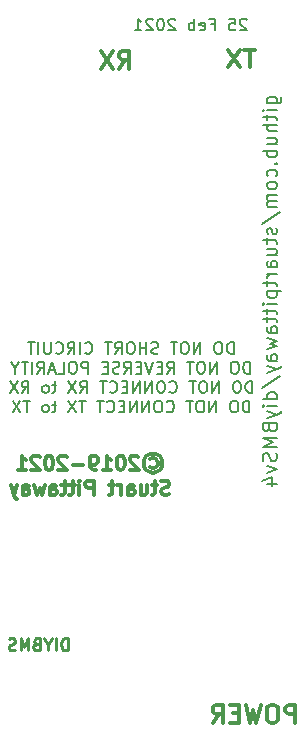
<source format=gbr>
G04 #@! TF.GenerationSoftware,KiCad,Pcbnew,(5.1.5)-3*
G04 #@! TF.CreationDate,2021-02-25T14:23:21+00:00*
G04 #@! TF.ProjectId,ModuleV440,4d6f6475-6c65-4563-9434-302e6b696361,rev?*
G04 #@! TF.SameCoordinates,Original*
G04 #@! TF.FileFunction,Legend,Bot*
G04 #@! TF.FilePolarity,Positive*
%FSLAX46Y46*%
G04 Gerber Fmt 4.6, Leading zero omitted, Abs format (unit mm)*
G04 Created by KiCad (PCBNEW (5.1.5)-3) date 2021-02-25 14:23:21*
%MOMM*%
%LPD*%
G04 APERTURE LIST*
%ADD10C,0.250000*%
%ADD11C,0.300000*%
%ADD12C,0.150000*%
%ADD13C,0.200000*%
G04 APERTURE END LIST*
D10*
X107720576Y-102089980D02*
X107720576Y-101089980D01*
X107482480Y-101089980D01*
X107339623Y-101137600D01*
X107244385Y-101232838D01*
X107196766Y-101328076D01*
X107149147Y-101518552D01*
X107149147Y-101661409D01*
X107196766Y-101851885D01*
X107244385Y-101947123D01*
X107339623Y-102042361D01*
X107482480Y-102089980D01*
X107720576Y-102089980D01*
X106720576Y-102089980D02*
X106720576Y-101089980D01*
X106053909Y-101613790D02*
X106053909Y-102089980D01*
X106387242Y-101089980D02*
X106053909Y-101613790D01*
X105720576Y-101089980D01*
X105053909Y-101566171D02*
X104911052Y-101613790D01*
X104863433Y-101661409D01*
X104815814Y-101756647D01*
X104815814Y-101899504D01*
X104863433Y-101994742D01*
X104911052Y-102042361D01*
X105006290Y-102089980D01*
X105387242Y-102089980D01*
X105387242Y-101089980D01*
X105053909Y-101089980D01*
X104958671Y-101137600D01*
X104911052Y-101185219D01*
X104863433Y-101280457D01*
X104863433Y-101375695D01*
X104911052Y-101470933D01*
X104958671Y-101518552D01*
X105053909Y-101566171D01*
X105387242Y-101566171D01*
X104387242Y-102089980D02*
X104387242Y-101089980D01*
X104053909Y-101804266D01*
X103720576Y-101089980D01*
X103720576Y-102089980D01*
X103292004Y-102042361D02*
X103149147Y-102089980D01*
X102911052Y-102089980D01*
X102815814Y-102042361D01*
X102768195Y-101994742D01*
X102720576Y-101899504D01*
X102720576Y-101804266D01*
X102768195Y-101709028D01*
X102815814Y-101661409D01*
X102911052Y-101613790D01*
X103101528Y-101566171D01*
X103196766Y-101518552D01*
X103244385Y-101470933D01*
X103292004Y-101375695D01*
X103292004Y-101280457D01*
X103244385Y-101185219D01*
X103196766Y-101137600D01*
X103101528Y-101089980D01*
X102863433Y-101089980D01*
X102720576Y-101137600D01*
D11*
X123535457Y-51241171D02*
X122678314Y-51241171D01*
X123106885Y-52741171D02*
X123106885Y-51241171D01*
X122321171Y-51241171D02*
X121321171Y-52741171D01*
X121321171Y-51241171D02*
X122321171Y-52741171D01*
X112042600Y-52841171D02*
X112542600Y-52126885D01*
X112899742Y-52841171D02*
X112899742Y-51341171D01*
X112328314Y-51341171D01*
X112185457Y-51412600D01*
X112114028Y-51484028D01*
X112042600Y-51626885D01*
X112042600Y-51841171D01*
X112114028Y-51984028D01*
X112185457Y-52055457D01*
X112328314Y-52126885D01*
X112899742Y-52126885D01*
X111542600Y-51341171D02*
X110542600Y-52841171D01*
X110542600Y-51341171D02*
X111542600Y-52841171D01*
D12*
X121760457Y-77014980D02*
X121760457Y-76014980D01*
X121522361Y-76014980D01*
X121379504Y-76062600D01*
X121284266Y-76157838D01*
X121236647Y-76253076D01*
X121189028Y-76443552D01*
X121189028Y-76586409D01*
X121236647Y-76776885D01*
X121284266Y-76872123D01*
X121379504Y-76967361D01*
X121522361Y-77014980D01*
X121760457Y-77014980D01*
X120569980Y-76014980D02*
X120379504Y-76014980D01*
X120284266Y-76062600D01*
X120189028Y-76157838D01*
X120141409Y-76348314D01*
X120141409Y-76681647D01*
X120189028Y-76872123D01*
X120284266Y-76967361D01*
X120379504Y-77014980D01*
X120569980Y-77014980D01*
X120665219Y-76967361D01*
X120760457Y-76872123D01*
X120808076Y-76681647D01*
X120808076Y-76348314D01*
X120760457Y-76157838D01*
X120665219Y-76062600D01*
X120569980Y-76014980D01*
X118950933Y-77014980D02*
X118950933Y-76014980D01*
X118379504Y-77014980D01*
X118379504Y-76014980D01*
X117712838Y-76014980D02*
X117522361Y-76014980D01*
X117427123Y-76062600D01*
X117331885Y-76157838D01*
X117284266Y-76348314D01*
X117284266Y-76681647D01*
X117331885Y-76872123D01*
X117427123Y-76967361D01*
X117522361Y-77014980D01*
X117712838Y-77014980D01*
X117808076Y-76967361D01*
X117903314Y-76872123D01*
X117950933Y-76681647D01*
X117950933Y-76348314D01*
X117903314Y-76157838D01*
X117808076Y-76062600D01*
X117712838Y-76014980D01*
X116998552Y-76014980D02*
X116427123Y-76014980D01*
X116712838Y-77014980D02*
X116712838Y-76014980D01*
X115379504Y-76967361D02*
X115236647Y-77014980D01*
X114998552Y-77014980D01*
X114903314Y-76967361D01*
X114855695Y-76919742D01*
X114808076Y-76824504D01*
X114808076Y-76729266D01*
X114855695Y-76634028D01*
X114903314Y-76586409D01*
X114998552Y-76538790D01*
X115189028Y-76491171D01*
X115284266Y-76443552D01*
X115331885Y-76395933D01*
X115379504Y-76300695D01*
X115379504Y-76205457D01*
X115331885Y-76110219D01*
X115284266Y-76062600D01*
X115189028Y-76014980D01*
X114950933Y-76014980D01*
X114808076Y-76062600D01*
X114379504Y-77014980D02*
X114379504Y-76014980D01*
X114379504Y-76491171D02*
X113808076Y-76491171D01*
X113808076Y-77014980D02*
X113808076Y-76014980D01*
X113141409Y-76014980D02*
X112950933Y-76014980D01*
X112855695Y-76062600D01*
X112760457Y-76157838D01*
X112712838Y-76348314D01*
X112712838Y-76681647D01*
X112760457Y-76872123D01*
X112855695Y-76967361D01*
X112950933Y-77014980D01*
X113141409Y-77014980D01*
X113236647Y-76967361D01*
X113331885Y-76872123D01*
X113379504Y-76681647D01*
X113379504Y-76348314D01*
X113331885Y-76157838D01*
X113236647Y-76062600D01*
X113141409Y-76014980D01*
X111712838Y-77014980D02*
X112046171Y-76538790D01*
X112284266Y-77014980D02*
X112284266Y-76014980D01*
X111903314Y-76014980D01*
X111808076Y-76062600D01*
X111760457Y-76110219D01*
X111712838Y-76205457D01*
X111712838Y-76348314D01*
X111760457Y-76443552D01*
X111808076Y-76491171D01*
X111903314Y-76538790D01*
X112284266Y-76538790D01*
X111427123Y-76014980D02*
X110855695Y-76014980D01*
X111141409Y-77014980D02*
X111141409Y-76014980D01*
X109189028Y-76919742D02*
X109236647Y-76967361D01*
X109379504Y-77014980D01*
X109474742Y-77014980D01*
X109617600Y-76967361D01*
X109712838Y-76872123D01*
X109760457Y-76776885D01*
X109808076Y-76586409D01*
X109808076Y-76443552D01*
X109760457Y-76253076D01*
X109712838Y-76157838D01*
X109617600Y-76062600D01*
X109474742Y-76014980D01*
X109379504Y-76014980D01*
X109236647Y-76062600D01*
X109189028Y-76110219D01*
X108760457Y-77014980D02*
X108760457Y-76014980D01*
X107712838Y-77014980D02*
X108046171Y-76538790D01*
X108284266Y-77014980D02*
X108284266Y-76014980D01*
X107903314Y-76014980D01*
X107808076Y-76062600D01*
X107760457Y-76110219D01*
X107712838Y-76205457D01*
X107712838Y-76348314D01*
X107760457Y-76443552D01*
X107808076Y-76491171D01*
X107903314Y-76538790D01*
X108284266Y-76538790D01*
X106712838Y-76919742D02*
X106760457Y-76967361D01*
X106903314Y-77014980D01*
X106998552Y-77014980D01*
X107141409Y-76967361D01*
X107236647Y-76872123D01*
X107284266Y-76776885D01*
X107331885Y-76586409D01*
X107331885Y-76443552D01*
X107284266Y-76253076D01*
X107236647Y-76157838D01*
X107141409Y-76062600D01*
X106998552Y-76014980D01*
X106903314Y-76014980D01*
X106760457Y-76062600D01*
X106712838Y-76110219D01*
X106284266Y-76014980D02*
X106284266Y-76824504D01*
X106236647Y-76919742D01*
X106189028Y-76967361D01*
X106093790Y-77014980D01*
X105903314Y-77014980D01*
X105808076Y-76967361D01*
X105760457Y-76919742D01*
X105712838Y-76824504D01*
X105712838Y-76014980D01*
X105236647Y-77014980D02*
X105236647Y-76014980D01*
X104903314Y-76014980D02*
X104331885Y-76014980D01*
X104617600Y-77014980D02*
X104617600Y-76014980D01*
X123141409Y-78664980D02*
X123141409Y-77664980D01*
X122903314Y-77664980D01*
X122760457Y-77712600D01*
X122665219Y-77807838D01*
X122617600Y-77903076D01*
X122569980Y-78093552D01*
X122569980Y-78236409D01*
X122617600Y-78426885D01*
X122665219Y-78522123D01*
X122760457Y-78617361D01*
X122903314Y-78664980D01*
X123141409Y-78664980D01*
X121950933Y-77664980D02*
X121760457Y-77664980D01*
X121665219Y-77712600D01*
X121569980Y-77807838D01*
X121522361Y-77998314D01*
X121522361Y-78331647D01*
X121569980Y-78522123D01*
X121665219Y-78617361D01*
X121760457Y-78664980D01*
X121950933Y-78664980D01*
X122046171Y-78617361D01*
X122141409Y-78522123D01*
X122189028Y-78331647D01*
X122189028Y-77998314D01*
X122141409Y-77807838D01*
X122046171Y-77712600D01*
X121950933Y-77664980D01*
X120331885Y-78664980D02*
X120331885Y-77664980D01*
X119760457Y-78664980D01*
X119760457Y-77664980D01*
X119093790Y-77664980D02*
X118903314Y-77664980D01*
X118808076Y-77712600D01*
X118712838Y-77807838D01*
X118665219Y-77998314D01*
X118665219Y-78331647D01*
X118712838Y-78522123D01*
X118808076Y-78617361D01*
X118903314Y-78664980D01*
X119093790Y-78664980D01*
X119189028Y-78617361D01*
X119284266Y-78522123D01*
X119331885Y-78331647D01*
X119331885Y-77998314D01*
X119284266Y-77807838D01*
X119189028Y-77712600D01*
X119093790Y-77664980D01*
X118379504Y-77664980D02*
X117808076Y-77664980D01*
X118093790Y-78664980D02*
X118093790Y-77664980D01*
X116141409Y-78664980D02*
X116474742Y-78188790D01*
X116712838Y-78664980D02*
X116712838Y-77664980D01*
X116331885Y-77664980D01*
X116236647Y-77712600D01*
X116189028Y-77760219D01*
X116141409Y-77855457D01*
X116141409Y-77998314D01*
X116189028Y-78093552D01*
X116236647Y-78141171D01*
X116331885Y-78188790D01*
X116712838Y-78188790D01*
X115712838Y-78141171D02*
X115379504Y-78141171D01*
X115236647Y-78664980D02*
X115712838Y-78664980D01*
X115712838Y-77664980D01*
X115236647Y-77664980D01*
X114950933Y-77664980D02*
X114617600Y-78664980D01*
X114284266Y-77664980D01*
X113950933Y-78141171D02*
X113617600Y-78141171D01*
X113474742Y-78664980D02*
X113950933Y-78664980D01*
X113950933Y-77664980D01*
X113474742Y-77664980D01*
X112474742Y-78664980D02*
X112808076Y-78188790D01*
X113046171Y-78664980D02*
X113046171Y-77664980D01*
X112665219Y-77664980D01*
X112569980Y-77712600D01*
X112522361Y-77760219D01*
X112474742Y-77855457D01*
X112474742Y-77998314D01*
X112522361Y-78093552D01*
X112569980Y-78141171D01*
X112665219Y-78188790D01*
X113046171Y-78188790D01*
X112093790Y-78617361D02*
X111950933Y-78664980D01*
X111712838Y-78664980D01*
X111617600Y-78617361D01*
X111569980Y-78569742D01*
X111522361Y-78474504D01*
X111522361Y-78379266D01*
X111569980Y-78284028D01*
X111617600Y-78236409D01*
X111712838Y-78188790D01*
X111903314Y-78141171D01*
X111998552Y-78093552D01*
X112046171Y-78045933D01*
X112093790Y-77950695D01*
X112093790Y-77855457D01*
X112046171Y-77760219D01*
X111998552Y-77712600D01*
X111903314Y-77664980D01*
X111665219Y-77664980D01*
X111522361Y-77712600D01*
X111093790Y-78141171D02*
X110760457Y-78141171D01*
X110617600Y-78664980D02*
X111093790Y-78664980D01*
X111093790Y-77664980D01*
X110617600Y-77664980D01*
X109427123Y-78664980D02*
X109427123Y-77664980D01*
X109046171Y-77664980D01*
X108950933Y-77712600D01*
X108903314Y-77760219D01*
X108855695Y-77855457D01*
X108855695Y-77998314D01*
X108903314Y-78093552D01*
X108950933Y-78141171D01*
X109046171Y-78188790D01*
X109427123Y-78188790D01*
X108236647Y-77664980D02*
X108046171Y-77664980D01*
X107950933Y-77712600D01*
X107855695Y-77807838D01*
X107808076Y-77998314D01*
X107808076Y-78331647D01*
X107855695Y-78522123D01*
X107950933Y-78617361D01*
X108046171Y-78664980D01*
X108236647Y-78664980D01*
X108331885Y-78617361D01*
X108427123Y-78522123D01*
X108474742Y-78331647D01*
X108474742Y-77998314D01*
X108427123Y-77807838D01*
X108331885Y-77712600D01*
X108236647Y-77664980D01*
X106903314Y-78664980D02*
X107379504Y-78664980D01*
X107379504Y-77664980D01*
X106617600Y-78379266D02*
X106141409Y-78379266D01*
X106712838Y-78664980D02*
X106379504Y-77664980D01*
X106046171Y-78664980D01*
X105141409Y-78664980D02*
X105474742Y-78188790D01*
X105712838Y-78664980D02*
X105712838Y-77664980D01*
X105331885Y-77664980D01*
X105236647Y-77712600D01*
X105189028Y-77760219D01*
X105141409Y-77855457D01*
X105141409Y-77998314D01*
X105189028Y-78093552D01*
X105236647Y-78141171D01*
X105331885Y-78188790D01*
X105712838Y-78188790D01*
X104712838Y-78664980D02*
X104712838Y-77664980D01*
X104379504Y-77664980D02*
X103808076Y-77664980D01*
X104093790Y-78664980D02*
X104093790Y-77664980D01*
X103284266Y-78188790D02*
X103284266Y-78664980D01*
X103617600Y-77664980D02*
X103284266Y-78188790D01*
X102950933Y-77664980D01*
X123331885Y-80314980D02*
X123331885Y-79314980D01*
X123093790Y-79314980D01*
X122950933Y-79362600D01*
X122855695Y-79457838D01*
X122808076Y-79553076D01*
X122760457Y-79743552D01*
X122760457Y-79886409D01*
X122808076Y-80076885D01*
X122855695Y-80172123D01*
X122950933Y-80267361D01*
X123093790Y-80314980D01*
X123331885Y-80314980D01*
X122141409Y-79314980D02*
X121950933Y-79314980D01*
X121855695Y-79362600D01*
X121760457Y-79457838D01*
X121712838Y-79648314D01*
X121712838Y-79981647D01*
X121760457Y-80172123D01*
X121855695Y-80267361D01*
X121950933Y-80314980D01*
X122141409Y-80314980D01*
X122236647Y-80267361D01*
X122331885Y-80172123D01*
X122379504Y-79981647D01*
X122379504Y-79648314D01*
X122331885Y-79457838D01*
X122236647Y-79362600D01*
X122141409Y-79314980D01*
X120522361Y-80314980D02*
X120522361Y-79314980D01*
X119950933Y-80314980D01*
X119950933Y-79314980D01*
X119284266Y-79314980D02*
X119093790Y-79314980D01*
X118998552Y-79362600D01*
X118903314Y-79457838D01*
X118855695Y-79648314D01*
X118855695Y-79981647D01*
X118903314Y-80172123D01*
X118998552Y-80267361D01*
X119093790Y-80314980D01*
X119284266Y-80314980D01*
X119379504Y-80267361D01*
X119474742Y-80172123D01*
X119522361Y-79981647D01*
X119522361Y-79648314D01*
X119474742Y-79457838D01*
X119379504Y-79362600D01*
X119284266Y-79314980D01*
X118569980Y-79314980D02*
X117998552Y-79314980D01*
X118284266Y-80314980D02*
X118284266Y-79314980D01*
X116331885Y-80219742D02*
X116379504Y-80267361D01*
X116522361Y-80314980D01*
X116617600Y-80314980D01*
X116760457Y-80267361D01*
X116855695Y-80172123D01*
X116903314Y-80076885D01*
X116950933Y-79886409D01*
X116950933Y-79743552D01*
X116903314Y-79553076D01*
X116855695Y-79457838D01*
X116760457Y-79362600D01*
X116617600Y-79314980D01*
X116522361Y-79314980D01*
X116379504Y-79362600D01*
X116331885Y-79410219D01*
X115712838Y-79314980D02*
X115522361Y-79314980D01*
X115427123Y-79362600D01*
X115331885Y-79457838D01*
X115284266Y-79648314D01*
X115284266Y-79981647D01*
X115331885Y-80172123D01*
X115427123Y-80267361D01*
X115522361Y-80314980D01*
X115712838Y-80314980D01*
X115808076Y-80267361D01*
X115903314Y-80172123D01*
X115950933Y-79981647D01*
X115950933Y-79648314D01*
X115903314Y-79457838D01*
X115808076Y-79362600D01*
X115712838Y-79314980D01*
X114855695Y-80314980D02*
X114855695Y-79314980D01*
X114284266Y-80314980D01*
X114284266Y-79314980D01*
X113808076Y-80314980D02*
X113808076Y-79314980D01*
X113236647Y-80314980D01*
X113236647Y-79314980D01*
X112760457Y-79791171D02*
X112427123Y-79791171D01*
X112284266Y-80314980D02*
X112760457Y-80314980D01*
X112760457Y-79314980D01*
X112284266Y-79314980D01*
X111284266Y-80219742D02*
X111331885Y-80267361D01*
X111474742Y-80314980D01*
X111569980Y-80314980D01*
X111712838Y-80267361D01*
X111808076Y-80172123D01*
X111855695Y-80076885D01*
X111903314Y-79886409D01*
X111903314Y-79743552D01*
X111855695Y-79553076D01*
X111808076Y-79457838D01*
X111712838Y-79362600D01*
X111569980Y-79314980D01*
X111474742Y-79314980D01*
X111331885Y-79362600D01*
X111284266Y-79410219D01*
X110998552Y-79314980D02*
X110427123Y-79314980D01*
X110712838Y-80314980D02*
X110712838Y-79314980D01*
X108760457Y-80314980D02*
X109093790Y-79838790D01*
X109331885Y-80314980D02*
X109331885Y-79314980D01*
X108950933Y-79314980D01*
X108855695Y-79362600D01*
X108808076Y-79410219D01*
X108760457Y-79505457D01*
X108760457Y-79648314D01*
X108808076Y-79743552D01*
X108855695Y-79791171D01*
X108950933Y-79838790D01*
X109331885Y-79838790D01*
X108427123Y-79314980D02*
X107760457Y-80314980D01*
X107760457Y-79314980D02*
X108427123Y-80314980D01*
X106760457Y-79648314D02*
X106379504Y-79648314D01*
X106617600Y-79314980D02*
X106617600Y-80172123D01*
X106569980Y-80267361D01*
X106474742Y-80314980D01*
X106379504Y-80314980D01*
X105903314Y-80314980D02*
X105998552Y-80267361D01*
X106046171Y-80219742D01*
X106093790Y-80124504D01*
X106093790Y-79838790D01*
X106046171Y-79743552D01*
X105998552Y-79695933D01*
X105903314Y-79648314D01*
X105760457Y-79648314D01*
X105665219Y-79695933D01*
X105617600Y-79743552D01*
X105569980Y-79838790D01*
X105569980Y-80124504D01*
X105617600Y-80219742D01*
X105665219Y-80267361D01*
X105760457Y-80314980D01*
X105903314Y-80314980D01*
X103808076Y-80314980D02*
X104141409Y-79838790D01*
X104379504Y-80314980D02*
X104379504Y-79314980D01*
X103998552Y-79314980D01*
X103903314Y-79362600D01*
X103855695Y-79410219D01*
X103808076Y-79505457D01*
X103808076Y-79648314D01*
X103855695Y-79743552D01*
X103903314Y-79791171D01*
X103998552Y-79838790D01*
X104379504Y-79838790D01*
X103474742Y-79314980D02*
X102808076Y-80314980D01*
X102808076Y-79314980D02*
X103474742Y-80314980D01*
X123093790Y-81964980D02*
X123093790Y-80964980D01*
X122855695Y-80964980D01*
X122712838Y-81012600D01*
X122617600Y-81107838D01*
X122569980Y-81203076D01*
X122522361Y-81393552D01*
X122522361Y-81536409D01*
X122569980Y-81726885D01*
X122617600Y-81822123D01*
X122712838Y-81917361D01*
X122855695Y-81964980D01*
X123093790Y-81964980D01*
X121903314Y-80964980D02*
X121712838Y-80964980D01*
X121617600Y-81012600D01*
X121522361Y-81107838D01*
X121474742Y-81298314D01*
X121474742Y-81631647D01*
X121522361Y-81822123D01*
X121617600Y-81917361D01*
X121712838Y-81964980D01*
X121903314Y-81964980D01*
X121998552Y-81917361D01*
X122093790Y-81822123D01*
X122141409Y-81631647D01*
X122141409Y-81298314D01*
X122093790Y-81107838D01*
X121998552Y-81012600D01*
X121903314Y-80964980D01*
X120284266Y-81964980D02*
X120284266Y-80964980D01*
X119712838Y-81964980D01*
X119712838Y-80964980D01*
X119046171Y-80964980D02*
X118855695Y-80964980D01*
X118760457Y-81012600D01*
X118665219Y-81107838D01*
X118617600Y-81298314D01*
X118617600Y-81631647D01*
X118665219Y-81822123D01*
X118760457Y-81917361D01*
X118855695Y-81964980D01*
X119046171Y-81964980D01*
X119141409Y-81917361D01*
X119236647Y-81822123D01*
X119284266Y-81631647D01*
X119284266Y-81298314D01*
X119236647Y-81107838D01*
X119141409Y-81012600D01*
X119046171Y-80964980D01*
X118331885Y-80964980D02*
X117760457Y-80964980D01*
X118046171Y-81964980D02*
X118046171Y-80964980D01*
X116093790Y-81869742D02*
X116141409Y-81917361D01*
X116284266Y-81964980D01*
X116379504Y-81964980D01*
X116522361Y-81917361D01*
X116617600Y-81822123D01*
X116665219Y-81726885D01*
X116712838Y-81536409D01*
X116712838Y-81393552D01*
X116665219Y-81203076D01*
X116617600Y-81107838D01*
X116522361Y-81012600D01*
X116379504Y-80964980D01*
X116284266Y-80964980D01*
X116141409Y-81012600D01*
X116093790Y-81060219D01*
X115474742Y-80964980D02*
X115284266Y-80964980D01*
X115189028Y-81012600D01*
X115093790Y-81107838D01*
X115046171Y-81298314D01*
X115046171Y-81631647D01*
X115093790Y-81822123D01*
X115189028Y-81917361D01*
X115284266Y-81964980D01*
X115474742Y-81964980D01*
X115569980Y-81917361D01*
X115665219Y-81822123D01*
X115712838Y-81631647D01*
X115712838Y-81298314D01*
X115665219Y-81107838D01*
X115569980Y-81012600D01*
X115474742Y-80964980D01*
X114617600Y-81964980D02*
X114617600Y-80964980D01*
X114046171Y-81964980D01*
X114046171Y-80964980D01*
X113569980Y-81964980D02*
X113569980Y-80964980D01*
X112998552Y-81964980D01*
X112998552Y-80964980D01*
X112522361Y-81441171D02*
X112189028Y-81441171D01*
X112046171Y-81964980D02*
X112522361Y-81964980D01*
X112522361Y-80964980D01*
X112046171Y-80964980D01*
X111046171Y-81869742D02*
X111093790Y-81917361D01*
X111236647Y-81964980D01*
X111331885Y-81964980D01*
X111474742Y-81917361D01*
X111569980Y-81822123D01*
X111617600Y-81726885D01*
X111665219Y-81536409D01*
X111665219Y-81393552D01*
X111617600Y-81203076D01*
X111569980Y-81107838D01*
X111474742Y-81012600D01*
X111331885Y-80964980D01*
X111236647Y-80964980D01*
X111093790Y-81012600D01*
X111046171Y-81060219D01*
X110760457Y-80964980D02*
X110189028Y-80964980D01*
X110474742Y-81964980D02*
X110474742Y-80964980D01*
X109236647Y-80964980D02*
X108665219Y-80964980D01*
X108950933Y-81964980D02*
X108950933Y-80964980D01*
X108427123Y-80964980D02*
X107760457Y-81964980D01*
X107760457Y-80964980D02*
X108427123Y-81964980D01*
X106760457Y-81298314D02*
X106379504Y-81298314D01*
X106617600Y-80964980D02*
X106617600Y-81822123D01*
X106569980Y-81917361D01*
X106474742Y-81964980D01*
X106379504Y-81964980D01*
X105903314Y-81964980D02*
X105998552Y-81917361D01*
X106046171Y-81869742D01*
X106093790Y-81774504D01*
X106093790Y-81488790D01*
X106046171Y-81393552D01*
X105998552Y-81345933D01*
X105903314Y-81298314D01*
X105760457Y-81298314D01*
X105665219Y-81345933D01*
X105617600Y-81393552D01*
X105569980Y-81488790D01*
X105569980Y-81774504D01*
X105617600Y-81869742D01*
X105665219Y-81917361D01*
X105760457Y-81964980D01*
X105903314Y-81964980D01*
X104522361Y-80964980D02*
X103950933Y-80964980D01*
X104236647Y-81964980D02*
X104236647Y-80964980D01*
X103712838Y-80964980D02*
X103046171Y-81964980D01*
X103046171Y-80964980D02*
X103712838Y-81964980D01*
D13*
X122864266Y-48710219D02*
X122816647Y-48662600D01*
X122721409Y-48614980D01*
X122483314Y-48614980D01*
X122388076Y-48662600D01*
X122340457Y-48710219D01*
X122292838Y-48805457D01*
X122292838Y-48900695D01*
X122340457Y-49043552D01*
X122911885Y-49614980D01*
X122292838Y-49614980D01*
X121388076Y-48614980D02*
X121864266Y-48614980D01*
X121911885Y-49091171D01*
X121864266Y-49043552D01*
X121769028Y-48995933D01*
X121530933Y-48995933D01*
X121435695Y-49043552D01*
X121388076Y-49091171D01*
X121340457Y-49186409D01*
X121340457Y-49424504D01*
X121388076Y-49519742D01*
X121435695Y-49567361D01*
X121530933Y-49614980D01*
X121769028Y-49614980D01*
X121864266Y-49567361D01*
X121911885Y-49519742D01*
X119816647Y-49091171D02*
X120149980Y-49091171D01*
X120149980Y-49614980D02*
X120149980Y-48614980D01*
X119673790Y-48614980D01*
X118911885Y-49567361D02*
X119007123Y-49614980D01*
X119197600Y-49614980D01*
X119292838Y-49567361D01*
X119340457Y-49472123D01*
X119340457Y-49091171D01*
X119292838Y-48995933D01*
X119197600Y-48948314D01*
X119007123Y-48948314D01*
X118911885Y-48995933D01*
X118864266Y-49091171D01*
X118864266Y-49186409D01*
X119340457Y-49281647D01*
X118435695Y-49614980D02*
X118435695Y-48614980D01*
X118435695Y-48995933D02*
X118340457Y-48948314D01*
X118149980Y-48948314D01*
X118054742Y-48995933D01*
X118007123Y-49043552D01*
X117959504Y-49138790D01*
X117959504Y-49424504D01*
X118007123Y-49519742D01*
X118054742Y-49567361D01*
X118149980Y-49614980D01*
X118340457Y-49614980D01*
X118435695Y-49567361D01*
X116816647Y-48710219D02*
X116769028Y-48662600D01*
X116673790Y-48614980D01*
X116435695Y-48614980D01*
X116340457Y-48662600D01*
X116292838Y-48710219D01*
X116245219Y-48805457D01*
X116245219Y-48900695D01*
X116292838Y-49043552D01*
X116864266Y-49614980D01*
X116245219Y-49614980D01*
X115626171Y-48614980D02*
X115530933Y-48614980D01*
X115435695Y-48662600D01*
X115388076Y-48710219D01*
X115340457Y-48805457D01*
X115292838Y-48995933D01*
X115292838Y-49234028D01*
X115340457Y-49424504D01*
X115388076Y-49519742D01*
X115435695Y-49567361D01*
X115530933Y-49614980D01*
X115626171Y-49614980D01*
X115721409Y-49567361D01*
X115769028Y-49519742D01*
X115816647Y-49424504D01*
X115864266Y-49234028D01*
X115864266Y-48995933D01*
X115816647Y-48805457D01*
X115769028Y-48710219D01*
X115721409Y-48662600D01*
X115626171Y-48614980D01*
X114911885Y-48710219D02*
X114864266Y-48662600D01*
X114769028Y-48614980D01*
X114530933Y-48614980D01*
X114435695Y-48662600D01*
X114388076Y-48710219D01*
X114340457Y-48805457D01*
X114340457Y-48900695D01*
X114388076Y-49043552D01*
X114959504Y-49614980D01*
X114340457Y-49614980D01*
X113388076Y-49614980D02*
X113959504Y-49614980D01*
X113673790Y-49614980D02*
X113673790Y-48614980D01*
X113769028Y-48757838D01*
X113864266Y-48853076D01*
X113959504Y-48900695D01*
D11*
X126981885Y-108216171D02*
X126981885Y-106716171D01*
X126410457Y-106716171D01*
X126267600Y-106787600D01*
X126196171Y-106859028D01*
X126124742Y-107001885D01*
X126124742Y-107216171D01*
X126196171Y-107359028D01*
X126267600Y-107430457D01*
X126410457Y-107501885D01*
X126981885Y-107501885D01*
X125196171Y-106716171D02*
X124910457Y-106716171D01*
X124767600Y-106787600D01*
X124624742Y-106930457D01*
X124553314Y-107216171D01*
X124553314Y-107716171D01*
X124624742Y-108001885D01*
X124767600Y-108144742D01*
X124910457Y-108216171D01*
X125196171Y-108216171D01*
X125339028Y-108144742D01*
X125481885Y-108001885D01*
X125553314Y-107716171D01*
X125553314Y-107216171D01*
X125481885Y-106930457D01*
X125339028Y-106787600D01*
X125196171Y-106716171D01*
X124053314Y-106716171D02*
X123696171Y-108216171D01*
X123410457Y-107144742D01*
X123124742Y-108216171D01*
X122767600Y-106716171D01*
X122196171Y-107430457D02*
X121696171Y-107430457D01*
X121481885Y-108216171D02*
X122196171Y-108216171D01*
X122196171Y-106716171D01*
X121481885Y-106716171D01*
X119981885Y-108216171D02*
X120481885Y-107501885D01*
X120839028Y-108216171D02*
X120839028Y-106716171D01*
X120267600Y-106716171D01*
X120124742Y-106787600D01*
X120053314Y-106859028D01*
X119981885Y-107001885D01*
X119981885Y-107216171D01*
X120053314Y-107359028D01*
X120124742Y-107430457D01*
X120267600Y-107501885D01*
X120839028Y-107501885D01*
D13*
X124610457Y-55801885D02*
X125581885Y-55801885D01*
X125696171Y-55744742D01*
X125753314Y-55687600D01*
X125810457Y-55573314D01*
X125810457Y-55401885D01*
X125753314Y-55287600D01*
X125353314Y-55801885D02*
X125410457Y-55687600D01*
X125410457Y-55459028D01*
X125353314Y-55344742D01*
X125296171Y-55287600D01*
X125181885Y-55230457D01*
X124839028Y-55230457D01*
X124724742Y-55287600D01*
X124667600Y-55344742D01*
X124610457Y-55459028D01*
X124610457Y-55687600D01*
X124667600Y-55801885D01*
X125410457Y-56373314D02*
X124610457Y-56373314D01*
X124210457Y-56373314D02*
X124267600Y-56316171D01*
X124324742Y-56373314D01*
X124267600Y-56430457D01*
X124210457Y-56373314D01*
X124324742Y-56373314D01*
X124610457Y-56773314D02*
X124610457Y-57230457D01*
X124210457Y-56944742D02*
X125239028Y-56944742D01*
X125353314Y-57001885D01*
X125410457Y-57116171D01*
X125410457Y-57230457D01*
X125410457Y-57630457D02*
X124210457Y-57630457D01*
X125410457Y-58144742D02*
X124781885Y-58144742D01*
X124667600Y-58087600D01*
X124610457Y-57973314D01*
X124610457Y-57801885D01*
X124667600Y-57687600D01*
X124724742Y-57630457D01*
X124610457Y-59230457D02*
X125410457Y-59230457D01*
X124610457Y-58716171D02*
X125239028Y-58716171D01*
X125353314Y-58773314D01*
X125410457Y-58887600D01*
X125410457Y-59059028D01*
X125353314Y-59173314D01*
X125296171Y-59230457D01*
X125410457Y-59801885D02*
X124210457Y-59801885D01*
X124667600Y-59801885D02*
X124610457Y-59916171D01*
X124610457Y-60144742D01*
X124667600Y-60259028D01*
X124724742Y-60316171D01*
X124839028Y-60373314D01*
X125181885Y-60373314D01*
X125296171Y-60316171D01*
X125353314Y-60259028D01*
X125410457Y-60144742D01*
X125410457Y-59916171D01*
X125353314Y-59801885D01*
X125296171Y-60887600D02*
X125353314Y-60944742D01*
X125410457Y-60887600D01*
X125353314Y-60830457D01*
X125296171Y-60887600D01*
X125410457Y-60887600D01*
X125353314Y-61973314D02*
X125410457Y-61859028D01*
X125410457Y-61630457D01*
X125353314Y-61516171D01*
X125296171Y-61459028D01*
X125181885Y-61401885D01*
X124839028Y-61401885D01*
X124724742Y-61459028D01*
X124667600Y-61516171D01*
X124610457Y-61630457D01*
X124610457Y-61859028D01*
X124667600Y-61973314D01*
X125410457Y-62659028D02*
X125353314Y-62544742D01*
X125296171Y-62487600D01*
X125181885Y-62430457D01*
X124839028Y-62430457D01*
X124724742Y-62487600D01*
X124667600Y-62544742D01*
X124610457Y-62659028D01*
X124610457Y-62830457D01*
X124667600Y-62944742D01*
X124724742Y-63001885D01*
X124839028Y-63059028D01*
X125181885Y-63059028D01*
X125296171Y-63001885D01*
X125353314Y-62944742D01*
X125410457Y-62830457D01*
X125410457Y-62659028D01*
X125410457Y-63573314D02*
X124610457Y-63573314D01*
X124724742Y-63573314D02*
X124667600Y-63630457D01*
X124610457Y-63744742D01*
X124610457Y-63916171D01*
X124667600Y-64030457D01*
X124781885Y-64087600D01*
X125410457Y-64087600D01*
X124781885Y-64087600D02*
X124667600Y-64144742D01*
X124610457Y-64259028D01*
X124610457Y-64430457D01*
X124667600Y-64544742D01*
X124781885Y-64601885D01*
X125410457Y-64601885D01*
X124153314Y-66030457D02*
X125696171Y-65001885D01*
X125353314Y-66373314D02*
X125410457Y-66487600D01*
X125410457Y-66716171D01*
X125353314Y-66830457D01*
X125239028Y-66887600D01*
X125181885Y-66887600D01*
X125067600Y-66830457D01*
X125010457Y-66716171D01*
X125010457Y-66544742D01*
X124953314Y-66430457D01*
X124839028Y-66373314D01*
X124781885Y-66373314D01*
X124667600Y-66430457D01*
X124610457Y-66544742D01*
X124610457Y-66716171D01*
X124667600Y-66830457D01*
X124610457Y-67230457D02*
X124610457Y-67687600D01*
X124210457Y-67401885D02*
X125239028Y-67401885D01*
X125353314Y-67459028D01*
X125410457Y-67573314D01*
X125410457Y-67687600D01*
X124610457Y-68601885D02*
X125410457Y-68601885D01*
X124610457Y-68087600D02*
X125239028Y-68087600D01*
X125353314Y-68144742D01*
X125410457Y-68259028D01*
X125410457Y-68430457D01*
X125353314Y-68544742D01*
X125296171Y-68601885D01*
X125410457Y-69687600D02*
X124781885Y-69687600D01*
X124667600Y-69630457D01*
X124610457Y-69516171D01*
X124610457Y-69287600D01*
X124667600Y-69173314D01*
X125353314Y-69687600D02*
X125410457Y-69573314D01*
X125410457Y-69287600D01*
X125353314Y-69173314D01*
X125239028Y-69116171D01*
X125124742Y-69116171D01*
X125010457Y-69173314D01*
X124953314Y-69287600D01*
X124953314Y-69573314D01*
X124896171Y-69687600D01*
X125410457Y-70259028D02*
X124610457Y-70259028D01*
X124839028Y-70259028D02*
X124724742Y-70316171D01*
X124667600Y-70373314D01*
X124610457Y-70487600D01*
X124610457Y-70601885D01*
X124610457Y-70830457D02*
X124610457Y-71287600D01*
X124210457Y-71001885D02*
X125239028Y-71001885D01*
X125353314Y-71059028D01*
X125410457Y-71173314D01*
X125410457Y-71287600D01*
X124610457Y-71687600D02*
X125810457Y-71687600D01*
X124667600Y-71687600D02*
X124610457Y-71801885D01*
X124610457Y-72030457D01*
X124667600Y-72144742D01*
X124724742Y-72201885D01*
X124839028Y-72259028D01*
X125181885Y-72259028D01*
X125296171Y-72201885D01*
X125353314Y-72144742D01*
X125410457Y-72030457D01*
X125410457Y-71801885D01*
X125353314Y-71687600D01*
X125410457Y-72773314D02*
X124610457Y-72773314D01*
X124210457Y-72773314D02*
X124267600Y-72716171D01*
X124324742Y-72773314D01*
X124267600Y-72830457D01*
X124210457Y-72773314D01*
X124324742Y-72773314D01*
X124610457Y-73173314D02*
X124610457Y-73630457D01*
X124210457Y-73344742D02*
X125239028Y-73344742D01*
X125353314Y-73401885D01*
X125410457Y-73516171D01*
X125410457Y-73630457D01*
X124610457Y-73859028D02*
X124610457Y-74316171D01*
X124210457Y-74030457D02*
X125239028Y-74030457D01*
X125353314Y-74087600D01*
X125410457Y-74201885D01*
X125410457Y-74316171D01*
X125410457Y-75230457D02*
X124781885Y-75230457D01*
X124667600Y-75173314D01*
X124610457Y-75059028D01*
X124610457Y-74830457D01*
X124667600Y-74716171D01*
X125353314Y-75230457D02*
X125410457Y-75116171D01*
X125410457Y-74830457D01*
X125353314Y-74716171D01*
X125239028Y-74659028D01*
X125124742Y-74659028D01*
X125010457Y-74716171D01*
X124953314Y-74830457D01*
X124953314Y-75116171D01*
X124896171Y-75230457D01*
X124610457Y-75687600D02*
X125410457Y-75916171D01*
X124839028Y-76144742D01*
X125410457Y-76373314D01*
X124610457Y-76601885D01*
X125410457Y-77573314D02*
X124781885Y-77573314D01*
X124667600Y-77516171D01*
X124610457Y-77401885D01*
X124610457Y-77173314D01*
X124667600Y-77059028D01*
X125353314Y-77573314D02*
X125410457Y-77459028D01*
X125410457Y-77173314D01*
X125353314Y-77059028D01*
X125239028Y-77001885D01*
X125124742Y-77001885D01*
X125010457Y-77059028D01*
X124953314Y-77173314D01*
X124953314Y-77459028D01*
X124896171Y-77573314D01*
X124610457Y-78030457D02*
X125410457Y-78316171D01*
X124610457Y-78601885D02*
X125410457Y-78316171D01*
X125696171Y-78201885D01*
X125753314Y-78144742D01*
X125810457Y-78030457D01*
X124153314Y-79916171D02*
X125696171Y-78887600D01*
X125410457Y-80830457D02*
X124210457Y-80830457D01*
X125353314Y-80830457D02*
X125410457Y-80716171D01*
X125410457Y-80487600D01*
X125353314Y-80373314D01*
X125296171Y-80316171D01*
X125181885Y-80259028D01*
X124839028Y-80259028D01*
X124724742Y-80316171D01*
X124667600Y-80373314D01*
X124610457Y-80487600D01*
X124610457Y-80716171D01*
X124667600Y-80830457D01*
X125410457Y-81401885D02*
X124610457Y-81401885D01*
X124210457Y-81401885D02*
X124267600Y-81344742D01*
X124324742Y-81401885D01*
X124267600Y-81459028D01*
X124210457Y-81401885D01*
X124324742Y-81401885D01*
X124610457Y-81859028D02*
X125410457Y-82144742D01*
X124610457Y-82430457D02*
X125410457Y-82144742D01*
X125696171Y-82030457D01*
X125753314Y-81973314D01*
X125810457Y-81859028D01*
X124781885Y-83287600D02*
X124839028Y-83459028D01*
X124896171Y-83516171D01*
X125010457Y-83573314D01*
X125181885Y-83573314D01*
X125296171Y-83516171D01*
X125353314Y-83459028D01*
X125410457Y-83344742D01*
X125410457Y-82887600D01*
X124210457Y-82887600D01*
X124210457Y-83287600D01*
X124267600Y-83401885D01*
X124324742Y-83459028D01*
X124439028Y-83516171D01*
X124553314Y-83516171D01*
X124667600Y-83459028D01*
X124724742Y-83401885D01*
X124781885Y-83287600D01*
X124781885Y-82887600D01*
X125410457Y-84087600D02*
X124210457Y-84087600D01*
X125067600Y-84487600D01*
X124210457Y-84887600D01*
X125410457Y-84887600D01*
X125353314Y-85401885D02*
X125410457Y-85573314D01*
X125410457Y-85859028D01*
X125353314Y-85973314D01*
X125296171Y-86030457D01*
X125181885Y-86087600D01*
X125067600Y-86087600D01*
X124953314Y-86030457D01*
X124896171Y-85973314D01*
X124839028Y-85859028D01*
X124781885Y-85630457D01*
X124724742Y-85516171D01*
X124667600Y-85459028D01*
X124553314Y-85401885D01*
X124439028Y-85401885D01*
X124324742Y-85459028D01*
X124267600Y-85516171D01*
X124210457Y-85630457D01*
X124210457Y-85916171D01*
X124267600Y-86087600D01*
X124610457Y-86487600D02*
X125410457Y-86773314D01*
X124610457Y-87059028D01*
X124610457Y-88030457D02*
X125410457Y-88030457D01*
X124153314Y-87744742D02*
X125010457Y-87459028D01*
X125010457Y-88201885D01*
D11*
X114703314Y-85916171D02*
X114817600Y-85859028D01*
X115046171Y-85859028D01*
X115160457Y-85916171D01*
X115274742Y-86030457D01*
X115331885Y-86144742D01*
X115331885Y-86373314D01*
X115274742Y-86487600D01*
X115160457Y-86601885D01*
X115046171Y-86659028D01*
X114817600Y-86659028D01*
X114703314Y-86601885D01*
X114931885Y-85459028D02*
X115217600Y-85516171D01*
X115503314Y-85687600D01*
X115674742Y-85973314D01*
X115731885Y-86259028D01*
X115674742Y-86544742D01*
X115503314Y-86830457D01*
X115217600Y-87001885D01*
X114931885Y-87059028D01*
X114646171Y-87001885D01*
X114360457Y-86830457D01*
X114189028Y-86544742D01*
X114131885Y-86259028D01*
X114189028Y-85973314D01*
X114360457Y-85687600D01*
X114646171Y-85516171D01*
X114931885Y-85459028D01*
X113674742Y-85744742D02*
X113617600Y-85687600D01*
X113503314Y-85630457D01*
X113217600Y-85630457D01*
X113103314Y-85687600D01*
X113046171Y-85744742D01*
X112989028Y-85859028D01*
X112989028Y-85973314D01*
X113046171Y-86144742D01*
X113731885Y-86830457D01*
X112989028Y-86830457D01*
X112246171Y-85630457D02*
X112131885Y-85630457D01*
X112017600Y-85687600D01*
X111960457Y-85744742D01*
X111903314Y-85859028D01*
X111846171Y-86087600D01*
X111846171Y-86373314D01*
X111903314Y-86601885D01*
X111960457Y-86716171D01*
X112017600Y-86773314D01*
X112131885Y-86830457D01*
X112246171Y-86830457D01*
X112360457Y-86773314D01*
X112417600Y-86716171D01*
X112474742Y-86601885D01*
X112531885Y-86373314D01*
X112531885Y-86087600D01*
X112474742Y-85859028D01*
X112417600Y-85744742D01*
X112360457Y-85687600D01*
X112246171Y-85630457D01*
X110703314Y-86830457D02*
X111389028Y-86830457D01*
X111046171Y-86830457D02*
X111046171Y-85630457D01*
X111160457Y-85801885D01*
X111274742Y-85916171D01*
X111389028Y-85973314D01*
X110131885Y-86830457D02*
X109903314Y-86830457D01*
X109789028Y-86773314D01*
X109731885Y-86716171D01*
X109617600Y-86544742D01*
X109560457Y-86316171D01*
X109560457Y-85859028D01*
X109617600Y-85744742D01*
X109674742Y-85687600D01*
X109789028Y-85630457D01*
X110017600Y-85630457D01*
X110131885Y-85687600D01*
X110189028Y-85744742D01*
X110246171Y-85859028D01*
X110246171Y-86144742D01*
X110189028Y-86259028D01*
X110131885Y-86316171D01*
X110017600Y-86373314D01*
X109789028Y-86373314D01*
X109674742Y-86316171D01*
X109617600Y-86259028D01*
X109560457Y-86144742D01*
X109046171Y-86373314D02*
X108131885Y-86373314D01*
X107617600Y-85744742D02*
X107560457Y-85687600D01*
X107446171Y-85630457D01*
X107160457Y-85630457D01*
X107046171Y-85687600D01*
X106989028Y-85744742D01*
X106931885Y-85859028D01*
X106931885Y-85973314D01*
X106989028Y-86144742D01*
X107674742Y-86830457D01*
X106931885Y-86830457D01*
X106189028Y-85630457D02*
X106074742Y-85630457D01*
X105960457Y-85687600D01*
X105903314Y-85744742D01*
X105846171Y-85859028D01*
X105789028Y-86087600D01*
X105789028Y-86373314D01*
X105846171Y-86601885D01*
X105903314Y-86716171D01*
X105960457Y-86773314D01*
X106074742Y-86830457D01*
X106189028Y-86830457D01*
X106303314Y-86773314D01*
X106360457Y-86716171D01*
X106417600Y-86601885D01*
X106474742Y-86373314D01*
X106474742Y-86087600D01*
X106417600Y-85859028D01*
X106360457Y-85744742D01*
X106303314Y-85687600D01*
X106189028Y-85630457D01*
X105331885Y-85744742D02*
X105274742Y-85687600D01*
X105160457Y-85630457D01*
X104874742Y-85630457D01*
X104760457Y-85687600D01*
X104703314Y-85744742D01*
X104646171Y-85859028D01*
X104646171Y-85973314D01*
X104703314Y-86144742D01*
X105389028Y-86830457D01*
X104646171Y-86830457D01*
X103503314Y-86830457D02*
X104189028Y-86830457D01*
X103846171Y-86830457D02*
X103846171Y-85630457D01*
X103960457Y-85801885D01*
X104074742Y-85916171D01*
X104189028Y-85973314D01*
X116303314Y-88873314D02*
X116131885Y-88930457D01*
X115846171Y-88930457D01*
X115731885Y-88873314D01*
X115674742Y-88816171D01*
X115617600Y-88701885D01*
X115617600Y-88587600D01*
X115674742Y-88473314D01*
X115731885Y-88416171D01*
X115846171Y-88359028D01*
X116074742Y-88301885D01*
X116189028Y-88244742D01*
X116246171Y-88187600D01*
X116303314Y-88073314D01*
X116303314Y-87959028D01*
X116246171Y-87844742D01*
X116189028Y-87787600D01*
X116074742Y-87730457D01*
X115789028Y-87730457D01*
X115617600Y-87787600D01*
X115274742Y-88130457D02*
X114817600Y-88130457D01*
X115103314Y-87730457D02*
X115103314Y-88759028D01*
X115046171Y-88873314D01*
X114931885Y-88930457D01*
X114817600Y-88930457D01*
X113903314Y-88130457D02*
X113903314Y-88930457D01*
X114417600Y-88130457D02*
X114417600Y-88759028D01*
X114360457Y-88873314D01*
X114246171Y-88930457D01*
X114074742Y-88930457D01*
X113960457Y-88873314D01*
X113903314Y-88816171D01*
X112817600Y-88930457D02*
X112817600Y-88301885D01*
X112874742Y-88187600D01*
X112989028Y-88130457D01*
X113217600Y-88130457D01*
X113331885Y-88187600D01*
X112817600Y-88873314D02*
X112931885Y-88930457D01*
X113217600Y-88930457D01*
X113331885Y-88873314D01*
X113389028Y-88759028D01*
X113389028Y-88644742D01*
X113331885Y-88530457D01*
X113217600Y-88473314D01*
X112931885Y-88473314D01*
X112817600Y-88416171D01*
X112246171Y-88930457D02*
X112246171Y-88130457D01*
X112246171Y-88359028D02*
X112189028Y-88244742D01*
X112131885Y-88187600D01*
X112017600Y-88130457D01*
X111903314Y-88130457D01*
X111674742Y-88130457D02*
X111217600Y-88130457D01*
X111503314Y-87730457D02*
X111503314Y-88759028D01*
X111446171Y-88873314D01*
X111331885Y-88930457D01*
X111217600Y-88930457D01*
X109903314Y-88930457D02*
X109903314Y-87730457D01*
X109446171Y-87730457D01*
X109331885Y-87787600D01*
X109274742Y-87844742D01*
X109217600Y-87959028D01*
X109217600Y-88130457D01*
X109274742Y-88244742D01*
X109331885Y-88301885D01*
X109446171Y-88359028D01*
X109903314Y-88359028D01*
X108703314Y-88930457D02*
X108703314Y-88130457D01*
X108703314Y-87730457D02*
X108760457Y-87787600D01*
X108703314Y-87844742D01*
X108646171Y-87787600D01*
X108703314Y-87730457D01*
X108703314Y-87844742D01*
X108303314Y-88130457D02*
X107846171Y-88130457D01*
X108131885Y-87730457D02*
X108131885Y-88759028D01*
X108074742Y-88873314D01*
X107960457Y-88930457D01*
X107846171Y-88930457D01*
X107617600Y-88130457D02*
X107160457Y-88130457D01*
X107446171Y-87730457D02*
X107446171Y-88759028D01*
X107389028Y-88873314D01*
X107274742Y-88930457D01*
X107160457Y-88930457D01*
X106246171Y-88930457D02*
X106246171Y-88301885D01*
X106303314Y-88187600D01*
X106417600Y-88130457D01*
X106646171Y-88130457D01*
X106760457Y-88187600D01*
X106246171Y-88873314D02*
X106360457Y-88930457D01*
X106646171Y-88930457D01*
X106760457Y-88873314D01*
X106817600Y-88759028D01*
X106817600Y-88644742D01*
X106760457Y-88530457D01*
X106646171Y-88473314D01*
X106360457Y-88473314D01*
X106246171Y-88416171D01*
X105789028Y-88130457D02*
X105560457Y-88930457D01*
X105331885Y-88359028D01*
X105103314Y-88930457D01*
X104874742Y-88130457D01*
X103903314Y-88930457D02*
X103903314Y-88301885D01*
X103960457Y-88187600D01*
X104074742Y-88130457D01*
X104303314Y-88130457D01*
X104417600Y-88187600D01*
X103903314Y-88873314D02*
X104017600Y-88930457D01*
X104303314Y-88930457D01*
X104417600Y-88873314D01*
X104474742Y-88759028D01*
X104474742Y-88644742D01*
X104417600Y-88530457D01*
X104303314Y-88473314D01*
X104017600Y-88473314D01*
X103903314Y-88416171D01*
X103446171Y-88130457D02*
X103160457Y-88930457D01*
X102874742Y-88130457D02*
X103160457Y-88930457D01*
X103274742Y-89216171D01*
X103331885Y-89273314D01*
X103446171Y-89330457D01*
M02*

</source>
